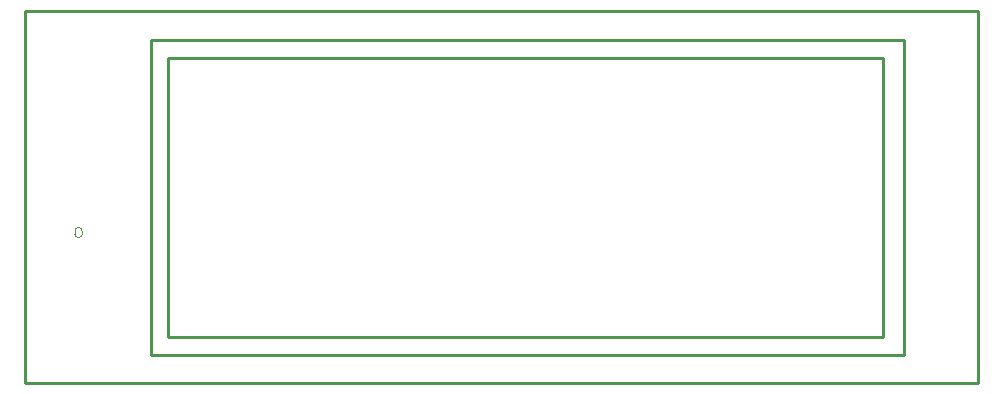
<source format=gm1>
G04*
G04 #@! TF.GenerationSoftware,Altium Limited,Altium Designer,22.11.1 (43)*
G04*
G04 Layer_Color=16711935*
%FSLAX25Y25*%
%MOIN*%
G70*
G04*
G04 #@! TF.SameCoordinates,6F2D09EA-FD7B-4BD8-B8BB-3870161F1110*
G04*
G04*
G04 #@! TF.FilePolarity,Positive*
G04*
G01*
G75*
%ADD15C,0.01000*%
%ADD49C,0.00000*%
D15*
X1000Y0D02*
X318500D01*
X1000Y124000D02*
X318500D01*
Y0D02*
Y124000D01*
X1000Y0D02*
Y124000D01*
X42834Y9284D02*
X293833D01*
X42834Y114284D02*
X293833D01*
X42834Y9284D02*
Y114284D01*
X293833Y9284D02*
Y114284D01*
X48436Y108353D02*
X286936D01*
X48436Y15353D02*
X286936D01*
Y108353D01*
X48436Y15353D02*
Y108353D01*
D49*
X18705Y48445D02*
G03*
X19945Y49685I0J1240D01*
G01*
X17465D02*
G03*
X18705Y48445I1240J0D01*
G01*
Y51910D02*
G03*
X17465Y50669I0J-1240D01*
G01*
X19945D02*
G03*
X18705Y51910I-1240J0D01*
G01*
X19945Y49685D02*
Y50669D01*
X17465Y49685D02*
Y50669D01*
M02*

</source>
